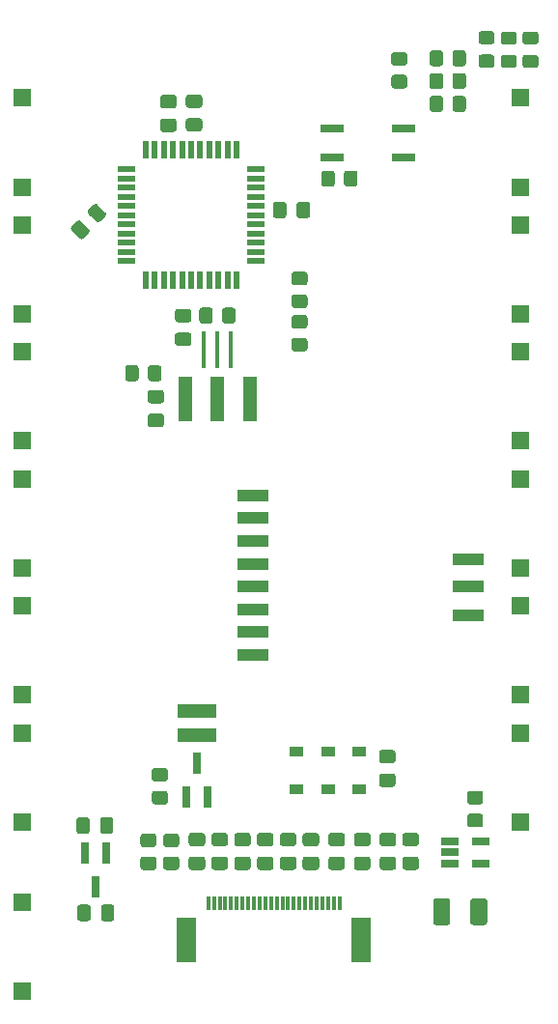
<source format=gbr>
%TF.GenerationSoftware,KiCad,Pcbnew,(5.1.9)-1*%
%TF.CreationDate,2021-03-29T02:47:02+02:00*%
%TF.ProjectId,HB-RC-12-EP-2,48422d52-432d-4313-922d-45502d322e6b,rev?*%
%TF.SameCoordinates,Original*%
%TF.FileFunction,Paste,Top*%
%TF.FilePolarity,Positive*%
%FSLAX46Y46*%
G04 Gerber Fmt 4.6, Leading zero omitted, Abs format (unit mm)*
G04 Created by KiCad (PCBNEW (5.1.9)-1) date 2021-03-29 02:47:02*
%MOMM*%
%LPD*%
G01*
G04 APERTURE LIST*
%ADD10R,0.800000X1.900000*%
%ADD11R,1.560000X0.650000*%
%ADD12R,1.200000X4.000000*%
%ADD13R,0.300000X1.300000*%
%ADD14R,1.800000X4.000000*%
%ADD15R,0.550000X1.500000*%
%ADD16R,1.500000X0.550000*%
%ADD17R,1.200000X0.900000*%
%ADD18R,2.000000X0.640000*%
%ADD19R,2.750000X1.000000*%
%ADD20R,1.500000X1.500000*%
%ADD21R,0.400000X3.200000*%
%ADD22R,3.400000X1.300000*%
G04 APERTURE END LIST*
D10*
%TO.C,Q2*%
X104850000Y-137800000D03*
X105800000Y-140800000D03*
X103900000Y-140800000D03*
%TD*%
%TO.C,U3*%
X95950000Y-148700000D03*
X95000000Y-145700000D03*
X96900000Y-145700000D03*
%TD*%
D11*
%TO.C,U4*%
X129750000Y-144700000D03*
X129750000Y-146600000D03*
X127050000Y-146600000D03*
X127050000Y-145650000D03*
X127050000Y-144700000D03*
%TD*%
D12*
%TO.C,Q3*%
X103800000Y-105900000D03*
X106650000Y-105900000D03*
X109500000Y-105900000D03*
%TD*%
D13*
%TO.C,J3*%
X117350000Y-150100000D03*
X116850000Y-150100000D03*
X116350000Y-150100000D03*
X115850000Y-150100000D03*
X115350000Y-150100000D03*
X114850000Y-150100000D03*
X114350000Y-150100000D03*
X113850000Y-150100000D03*
X113350000Y-150100000D03*
X112850000Y-150100000D03*
X112350000Y-150100000D03*
X111850000Y-150100000D03*
X111350000Y-150100000D03*
X110850000Y-150100000D03*
X110350000Y-150100000D03*
X109850000Y-150100000D03*
X109350000Y-150100000D03*
X108850000Y-150100000D03*
X108350000Y-150100000D03*
X107850000Y-150100000D03*
X107350000Y-150100000D03*
X106850000Y-150100000D03*
X106350000Y-150100000D03*
X105850000Y-150100000D03*
D14*
X103950000Y-153350000D03*
X119250000Y-153350000D03*
%TD*%
%TO.C,R10*%
G36*
G01*
X122149999Y-77500000D02*
X123050001Y-77500000D01*
G75*
G02*
X123300000Y-77749999I0J-249999D01*
G01*
X123300000Y-78450001D01*
G75*
G02*
X123050001Y-78700000I-249999J0D01*
G01*
X122149999Y-78700000D01*
G75*
G02*
X121900000Y-78450001I0J249999D01*
G01*
X121900000Y-77749999D01*
G75*
G02*
X122149999Y-77500000I249999J0D01*
G01*
G37*
G36*
G01*
X122149999Y-75500000D02*
X123050001Y-75500000D01*
G75*
G02*
X123300000Y-75749999I0J-249999D01*
G01*
X123300000Y-76450001D01*
G75*
G02*
X123050001Y-76700000I-249999J0D01*
G01*
X122149999Y-76700000D01*
G75*
G02*
X121900000Y-76450001I0J249999D01*
G01*
X121900000Y-75749999D01*
G75*
G02*
X122149999Y-75500000I249999J0D01*
G01*
G37*
%TD*%
%TO.C,C17*%
G36*
G01*
X94696121Y-90332517D02*
X95367483Y-91003879D01*
G75*
G02*
X95367483Y-91357821I-176971J-176971D01*
G01*
X94890575Y-91834729D01*
G75*
G02*
X94536633Y-91834729I-176971J176971D01*
G01*
X93865271Y-91163367D01*
G75*
G02*
X93865271Y-90809425I176971J176971D01*
G01*
X94342179Y-90332517D01*
G75*
G02*
X94696121Y-90332517I176971J-176971D01*
G01*
G37*
G36*
G01*
X96163173Y-88865076D02*
X96834924Y-89536827D01*
G75*
G02*
X96834924Y-89890381I-176777J-176777D01*
G01*
X96357627Y-90367678D01*
G75*
G02*
X96004073Y-90367678I-176777J176777D01*
G01*
X95332322Y-89695927D01*
G75*
G02*
X95332322Y-89342373I176777J176777D01*
G01*
X95809619Y-88865076D01*
G75*
G02*
X96163173Y-88865076I176777J-176777D01*
G01*
G37*
%TD*%
D15*
%TO.C,U1*%
X100350000Y-95500000D03*
X101150000Y-95500000D03*
X101950000Y-95500000D03*
X102750000Y-95500000D03*
X103550000Y-95500000D03*
X104350000Y-95500000D03*
X105150000Y-95500000D03*
X105950000Y-95500000D03*
X106750000Y-95500000D03*
X107550000Y-95500000D03*
X108350000Y-95500000D03*
D16*
X110050000Y-93800000D03*
X110050000Y-93000000D03*
X110050000Y-92200000D03*
X110050000Y-91400000D03*
X110050000Y-90600000D03*
X110050000Y-89800000D03*
X110050000Y-89000000D03*
X110050000Y-88200000D03*
X110050000Y-87400000D03*
X110050000Y-86600000D03*
X110050000Y-85800000D03*
D15*
X108350000Y-84100000D03*
X107550000Y-84100000D03*
X106750000Y-84100000D03*
X105950000Y-84100000D03*
X105150000Y-84100000D03*
X104350000Y-84100000D03*
X103550000Y-84100000D03*
X102750000Y-84100000D03*
X101950000Y-84100000D03*
X101150000Y-84100000D03*
X100350000Y-84100000D03*
D16*
X98650000Y-85800000D03*
X98650000Y-86600000D03*
X98650000Y-87400000D03*
X98650000Y-88200000D03*
X98650000Y-89000000D03*
X98650000Y-89800000D03*
X98650000Y-90600000D03*
X98650000Y-91400000D03*
X98650000Y-92200000D03*
X98650000Y-93000000D03*
X98650000Y-93800000D03*
%TD*%
%TO.C,R8*%
G36*
G01*
X102050001Y-139450000D02*
X101149999Y-139450000D01*
G75*
G02*
X100900000Y-139200001I0J249999D01*
G01*
X100900000Y-138499999D01*
G75*
G02*
X101149999Y-138250000I249999J0D01*
G01*
X102050001Y-138250000D01*
G75*
G02*
X102300000Y-138499999I0J-249999D01*
G01*
X102300000Y-139200001D01*
G75*
G02*
X102050001Y-139450000I-249999J0D01*
G01*
G37*
G36*
G01*
X102050001Y-141450000D02*
X101149999Y-141450000D01*
G75*
G02*
X100900000Y-141200001I0J249999D01*
G01*
X100900000Y-140499999D01*
G75*
G02*
X101149999Y-140250000I249999J0D01*
G01*
X102050001Y-140250000D01*
G75*
G02*
X102300000Y-140499999I0J-249999D01*
G01*
X102300000Y-141200001D01*
G75*
G02*
X102050001Y-141450000I-249999J0D01*
G01*
G37*
%TD*%
%TO.C,R8-2*%
G36*
G01*
X101050001Y-145200000D02*
X100149999Y-145200000D01*
G75*
G02*
X99900000Y-144950001I0J249999D01*
G01*
X99900000Y-144249999D01*
G75*
G02*
X100149999Y-144000000I249999J0D01*
G01*
X101050001Y-144000000D01*
G75*
G02*
X101300000Y-144249999I0J-249999D01*
G01*
X101300000Y-144950001D01*
G75*
G02*
X101050001Y-145200000I-249999J0D01*
G01*
G37*
G36*
G01*
X101050001Y-147200000D02*
X100149999Y-147200000D01*
G75*
G02*
X99900000Y-146950001I0J249999D01*
G01*
X99900000Y-146249999D01*
G75*
G02*
X100149999Y-146000000I249999J0D01*
G01*
X101050001Y-146000000D01*
G75*
G02*
X101300000Y-146249999I0J-249999D01*
G01*
X101300000Y-146950001D01*
G75*
G02*
X101050001Y-147200000I-249999J0D01*
G01*
G37*
%TD*%
%TO.C,C4*%
G36*
G01*
X111325000Y-145112500D02*
X110375000Y-145112500D01*
G75*
G02*
X110125000Y-144862500I0J250000D01*
G01*
X110125000Y-144187500D01*
G75*
G02*
X110375000Y-143937500I250000J0D01*
G01*
X111325000Y-143937500D01*
G75*
G02*
X111575000Y-144187500I0J-250000D01*
G01*
X111575000Y-144862500D01*
G75*
G02*
X111325000Y-145112500I-250000J0D01*
G01*
G37*
G36*
G01*
X111325000Y-147187500D02*
X110375000Y-147187500D01*
G75*
G02*
X110125000Y-146937500I0J250000D01*
G01*
X110125000Y-146262500D01*
G75*
G02*
X110375000Y-146012500I250000J0D01*
G01*
X111325000Y-146012500D01*
G75*
G02*
X111575000Y-146262500I0J-250000D01*
G01*
X111575000Y-146937500D01*
G75*
G02*
X111325000Y-147187500I-250000J0D01*
G01*
G37*
%TD*%
D17*
%TO.C,D5*%
X119100000Y-140100000D03*
X119100000Y-136800000D03*
%TD*%
%TO.C,D4*%
X116350000Y-136800000D03*
X116350000Y-140100000D03*
%TD*%
%TO.C,R12*%
G36*
G01*
X106250000Y-98149999D02*
X106250000Y-99050001D01*
G75*
G02*
X106000001Y-99300000I-249999J0D01*
G01*
X105299999Y-99300000D01*
G75*
G02*
X105050000Y-99050001I0J249999D01*
G01*
X105050000Y-98149999D01*
G75*
G02*
X105299999Y-97900000I249999J0D01*
G01*
X106000001Y-97900000D01*
G75*
G02*
X106250000Y-98149999I0J-249999D01*
G01*
G37*
G36*
G01*
X108250000Y-98149999D02*
X108250000Y-99050001D01*
G75*
G02*
X108000001Y-99300000I-249999J0D01*
G01*
X107299999Y-99300000D01*
G75*
G02*
X107050000Y-99050001I0J249999D01*
G01*
X107050000Y-98149999D01*
G75*
G02*
X107299999Y-97900000I249999J0D01*
G01*
X108000001Y-97900000D01*
G75*
G02*
X108250000Y-98149999I0J-249999D01*
G01*
G37*
%TD*%
D18*
%TO.C,U5*%
X116700000Y-84720000D03*
X116700000Y-82180000D03*
X123000000Y-82180000D03*
X123000000Y-84720000D03*
%TD*%
D19*
%TO.C,U2*%
X109750000Y-128350000D03*
X109750000Y-126350000D03*
X109750000Y-124350000D03*
X128650000Y-124850000D03*
X109750000Y-122350000D03*
X128650000Y-122350000D03*
X109750000Y-120350000D03*
X128650000Y-119950000D03*
X109750000Y-118350000D03*
X109750000Y-116350000D03*
X109750000Y-114350000D03*
%TD*%
D20*
%TO.C,Config*%
X89500000Y-150000000D03*
X89500000Y-157800000D03*
%TD*%
%TO.C,SW12*%
X133200000Y-135180000D03*
X133200000Y-142980000D03*
%TD*%
%TO.C,SW10*%
X133200000Y-131850000D03*
X133200000Y-124050000D03*
%TD*%
%TO.C,SW8*%
X133200000Y-112920000D03*
X133200000Y-120720000D03*
%TD*%
%TO.C,SW6*%
X133200000Y-101790000D03*
X133200000Y-109590000D03*
%TD*%
%TO.C,SW4*%
X133200000Y-90660000D03*
X133200000Y-98460000D03*
%TD*%
%TO.C,SW2*%
X133200000Y-87330000D03*
X133200000Y-79530000D03*
%TD*%
%TO.C,SW11*%
X89500000Y-135200000D03*
X89500000Y-143000000D03*
%TD*%
%TO.C,SW9*%
X89500000Y-124050000D03*
X89500000Y-131850000D03*
%TD*%
%TO.C,SW7*%
X89500000Y-112920000D03*
X89500000Y-120720000D03*
%TD*%
%TO.C,SW5*%
X89500000Y-101790000D03*
X89500000Y-109590000D03*
%TD*%
%TO.C,SW3*%
X89500000Y-90660000D03*
X89500000Y-98460000D03*
%TD*%
%TO.C,SW1*%
X89500000Y-79530000D03*
X89500000Y-87330000D03*
%TD*%
%TO.C,R8-1*%
G36*
G01*
X103050001Y-145200000D02*
X102149999Y-145200000D01*
G75*
G02*
X101900000Y-144950001I0J249999D01*
G01*
X101900000Y-144249999D01*
G75*
G02*
X102149999Y-144000000I249999J0D01*
G01*
X103050001Y-144000000D01*
G75*
G02*
X103300000Y-144249999I0J-249999D01*
G01*
X103300000Y-144950001D01*
G75*
G02*
X103050001Y-145200000I-249999J0D01*
G01*
G37*
G36*
G01*
X103050001Y-147200000D02*
X102149999Y-147200000D01*
G75*
G02*
X101900000Y-146950001I0J249999D01*
G01*
X101900000Y-146249999D01*
G75*
G02*
X102149999Y-146000000I249999J0D01*
G01*
X103050001Y-146000000D01*
G75*
G02*
X103300000Y-146249999I0J-249999D01*
G01*
X103300000Y-146950001D01*
G75*
G02*
X103050001Y-147200000I-249999J0D01*
G01*
G37*
%TD*%
%TO.C,R13*%
G36*
G01*
X116950000Y-86149999D02*
X116950000Y-87050001D01*
G75*
G02*
X116700001Y-87300000I-249999J0D01*
G01*
X115999999Y-87300000D01*
G75*
G02*
X115750000Y-87050001I0J249999D01*
G01*
X115750000Y-86149999D01*
G75*
G02*
X115999999Y-85900000I249999J0D01*
G01*
X116700001Y-85900000D01*
G75*
G02*
X116950000Y-86149999I0J-249999D01*
G01*
G37*
G36*
G01*
X118950000Y-86149999D02*
X118950000Y-87050001D01*
G75*
G02*
X118700001Y-87300000I-249999J0D01*
G01*
X117999999Y-87300000D01*
G75*
G02*
X117750000Y-87050001I0J249999D01*
G01*
X117750000Y-86149999D01*
G75*
G02*
X117999999Y-85900000I249999J0D01*
G01*
X118700001Y-85900000D01*
G75*
G02*
X118950000Y-86149999I0J-249999D01*
G01*
G37*
%TD*%
%TO.C,R11*%
G36*
G01*
X127250000Y-76500001D02*
X127250000Y-75599999D01*
G75*
G02*
X127499999Y-75350000I249999J0D01*
G01*
X128200001Y-75350000D01*
G75*
G02*
X128450000Y-75599999I0J-249999D01*
G01*
X128450000Y-76500001D01*
G75*
G02*
X128200001Y-76750000I-249999J0D01*
G01*
X127499999Y-76750000D01*
G75*
G02*
X127250000Y-76500001I0J249999D01*
G01*
G37*
G36*
G01*
X125250000Y-76500001D02*
X125250000Y-75599999D01*
G75*
G02*
X125499999Y-75350000I249999J0D01*
G01*
X126200001Y-75350000D01*
G75*
G02*
X126450000Y-75599999I0J-249999D01*
G01*
X126450000Y-76500001D01*
G75*
G02*
X126200001Y-76750000I-249999J0D01*
G01*
X125499999Y-76750000D01*
G75*
G02*
X125250000Y-76500001I0J249999D01*
G01*
G37*
%TD*%
%TO.C,R9*%
G36*
G01*
X129700001Y-141450000D02*
X128799999Y-141450000D01*
G75*
G02*
X128550000Y-141200001I0J249999D01*
G01*
X128550000Y-140499999D01*
G75*
G02*
X128799999Y-140250000I249999J0D01*
G01*
X129700001Y-140250000D01*
G75*
G02*
X129950000Y-140499999I0J-249999D01*
G01*
X129950000Y-141200001D01*
G75*
G02*
X129700001Y-141450000I-249999J0D01*
G01*
G37*
G36*
G01*
X129700001Y-143450000D02*
X128799999Y-143450000D01*
G75*
G02*
X128550000Y-143200001I0J249999D01*
G01*
X128550000Y-142499999D01*
G75*
G02*
X128799999Y-142250000I249999J0D01*
G01*
X129700001Y-142250000D01*
G75*
G02*
X129950000Y-142499999I0J-249999D01*
G01*
X129950000Y-143200001D01*
G75*
G02*
X129700001Y-143450000I-249999J0D01*
G01*
G37*
%TD*%
%TO.C,R5*%
G36*
G01*
X114300001Y-95950000D02*
X113399999Y-95950000D01*
G75*
G02*
X113150000Y-95700001I0J249999D01*
G01*
X113150000Y-94999999D01*
G75*
G02*
X113399999Y-94750000I249999J0D01*
G01*
X114300001Y-94750000D01*
G75*
G02*
X114550000Y-94999999I0J-249999D01*
G01*
X114550000Y-95700001D01*
G75*
G02*
X114300001Y-95950000I-249999J0D01*
G01*
G37*
G36*
G01*
X114300001Y-97950000D02*
X113399999Y-97950000D01*
G75*
G02*
X113150000Y-97700001I0J249999D01*
G01*
X113150000Y-96999999D01*
G75*
G02*
X113399999Y-96750000I249999J0D01*
G01*
X114300001Y-96750000D01*
G75*
G02*
X114550000Y-96999999I0J-249999D01*
G01*
X114550000Y-97700001D01*
G75*
G02*
X114300001Y-97950000I-249999J0D01*
G01*
G37*
%TD*%
%TO.C,R4*%
G36*
G01*
X114300001Y-99750000D02*
X113399999Y-99750000D01*
G75*
G02*
X113150000Y-99500001I0J249999D01*
G01*
X113150000Y-98799999D01*
G75*
G02*
X113399999Y-98550000I249999J0D01*
G01*
X114300001Y-98550000D01*
G75*
G02*
X114550000Y-98799999I0J-249999D01*
G01*
X114550000Y-99500001D01*
G75*
G02*
X114300001Y-99750000I-249999J0D01*
G01*
G37*
G36*
G01*
X114300001Y-101750000D02*
X113399999Y-101750000D01*
G75*
G02*
X113150000Y-101500001I0J249999D01*
G01*
X113150000Y-100799999D01*
G75*
G02*
X113399999Y-100550000I249999J0D01*
G01*
X114300001Y-100550000D01*
G75*
G02*
X114550000Y-100799999I0J-249999D01*
G01*
X114550000Y-101500001D01*
G75*
G02*
X114300001Y-101750000I-249999J0D01*
G01*
G37*
%TD*%
%TO.C,R3*%
G36*
G01*
X100550000Y-104100001D02*
X100550000Y-103199999D01*
G75*
G02*
X100799999Y-102950000I249999J0D01*
G01*
X101500001Y-102950000D01*
G75*
G02*
X101750000Y-103199999I0J-249999D01*
G01*
X101750000Y-104100001D01*
G75*
G02*
X101500001Y-104350000I-249999J0D01*
G01*
X100799999Y-104350000D01*
G75*
G02*
X100550000Y-104100001I0J249999D01*
G01*
G37*
G36*
G01*
X98550000Y-104100001D02*
X98550000Y-103199999D01*
G75*
G02*
X98799999Y-102950000I249999J0D01*
G01*
X99500001Y-102950000D01*
G75*
G02*
X99750000Y-103199999I0J-249999D01*
G01*
X99750000Y-104100001D01*
G75*
G02*
X99500001Y-104350000I-249999J0D01*
G01*
X98799999Y-104350000D01*
G75*
G02*
X98550000Y-104100001I0J249999D01*
G01*
G37*
%TD*%
%TO.C,R2*%
G36*
G01*
X127250000Y-78500001D02*
X127250000Y-77599999D01*
G75*
G02*
X127499999Y-77350000I249999J0D01*
G01*
X128200001Y-77350000D01*
G75*
G02*
X128450000Y-77599999I0J-249999D01*
G01*
X128450000Y-78500001D01*
G75*
G02*
X128200001Y-78750000I-249999J0D01*
G01*
X127499999Y-78750000D01*
G75*
G02*
X127250000Y-78500001I0J249999D01*
G01*
G37*
G36*
G01*
X125250000Y-78500001D02*
X125250000Y-77599999D01*
G75*
G02*
X125499999Y-77350000I249999J0D01*
G01*
X126200001Y-77350000D01*
G75*
G02*
X126450000Y-77599999I0J-249999D01*
G01*
X126450000Y-78500001D01*
G75*
G02*
X126200001Y-78750000I-249999J0D01*
G01*
X125499999Y-78750000D01*
G75*
G02*
X125250000Y-78500001I0J249999D01*
G01*
G37*
%TD*%
%TO.C,R1*%
G36*
G01*
X127250000Y-80500001D02*
X127250000Y-79599999D01*
G75*
G02*
X127499999Y-79350000I249999J0D01*
G01*
X128200001Y-79350000D01*
G75*
G02*
X128450000Y-79599999I0J-249999D01*
G01*
X128450000Y-80500001D01*
G75*
G02*
X128200001Y-80750000I-249999J0D01*
G01*
X127499999Y-80750000D01*
G75*
G02*
X127250000Y-80500001I0J249999D01*
G01*
G37*
G36*
G01*
X125250000Y-80500001D02*
X125250000Y-79599999D01*
G75*
G02*
X125499999Y-79350000I249999J0D01*
G01*
X126200001Y-79350000D01*
G75*
G02*
X126450000Y-79599999I0J-249999D01*
G01*
X126450000Y-80500001D01*
G75*
G02*
X126200001Y-80750000I-249999J0D01*
G01*
X125499999Y-80750000D01*
G75*
G02*
X125250000Y-80500001I0J249999D01*
G01*
G37*
%TD*%
D21*
%TO.C,Q1*%
X105450000Y-101600000D03*
X106650000Y-101600000D03*
X107850000Y-101600000D03*
%TD*%
D22*
%TO.C,L1*%
X104850000Y-135350000D03*
X104850000Y-133250000D03*
%TD*%
%TO.C,D6*%
G36*
G01*
X130700001Y-74825000D02*
X129799999Y-74825000D01*
G75*
G02*
X129550000Y-74575001I0J249999D01*
G01*
X129550000Y-73924999D01*
G75*
G02*
X129799999Y-73675000I249999J0D01*
G01*
X130700001Y-73675000D01*
G75*
G02*
X130950000Y-73924999I0J-249999D01*
G01*
X130950000Y-74575001D01*
G75*
G02*
X130700001Y-74825000I-249999J0D01*
G01*
G37*
G36*
G01*
X130700001Y-76875000D02*
X129799999Y-76875000D01*
G75*
G02*
X129550000Y-76625001I0J249999D01*
G01*
X129550000Y-75974999D01*
G75*
G02*
X129799999Y-75725000I249999J0D01*
G01*
X130700001Y-75725000D01*
G75*
G02*
X130950000Y-75974999I0J-249999D01*
G01*
X130950000Y-76625001D01*
G75*
G02*
X130700001Y-76875000I-249999J0D01*
G01*
G37*
%TD*%
D17*
%TO.C,D3*%
X113600000Y-136800000D03*
X113600000Y-140100000D03*
%TD*%
%TO.C,D2*%
G36*
G01*
X131749999Y-73700000D02*
X132650001Y-73700000D01*
G75*
G02*
X132900000Y-73949999I0J-249999D01*
G01*
X132900000Y-74600001D01*
G75*
G02*
X132650001Y-74850000I-249999J0D01*
G01*
X131749999Y-74850000D01*
G75*
G02*
X131500000Y-74600001I0J249999D01*
G01*
X131500000Y-73949999D01*
G75*
G02*
X131749999Y-73700000I249999J0D01*
G01*
G37*
G36*
G01*
X131749999Y-75750000D02*
X132650001Y-75750000D01*
G75*
G02*
X132900000Y-75999999I0J-249999D01*
G01*
X132900000Y-76650001D01*
G75*
G02*
X132650001Y-76900000I-249999J0D01*
G01*
X131749999Y-76900000D01*
G75*
G02*
X131500000Y-76650001I0J249999D01*
G01*
X131500000Y-75999999D01*
G75*
G02*
X131749999Y-75750000I249999J0D01*
G01*
G37*
%TD*%
%TO.C,D1*%
G36*
G01*
X133649999Y-73700000D02*
X134550001Y-73700000D01*
G75*
G02*
X134800000Y-73949999I0J-249999D01*
G01*
X134800000Y-74600001D01*
G75*
G02*
X134550001Y-74850000I-249999J0D01*
G01*
X133649999Y-74850000D01*
G75*
G02*
X133400000Y-74600001I0J249999D01*
G01*
X133400000Y-73949999D01*
G75*
G02*
X133649999Y-73700000I249999J0D01*
G01*
G37*
G36*
G01*
X133649999Y-75750000D02*
X134550001Y-75750000D01*
G75*
G02*
X134800000Y-75999999I0J-249999D01*
G01*
X134800000Y-76650001D01*
G75*
G02*
X134550001Y-76900000I-249999J0D01*
G01*
X133649999Y-76900000D01*
G75*
G02*
X133400000Y-76650001I0J249999D01*
G01*
X133400000Y-75999999D01*
G75*
G02*
X133649999Y-75750000I249999J0D01*
G01*
G37*
%TD*%
%TO.C,C20*%
G36*
G01*
X96350000Y-143775000D02*
X96350000Y-142825000D01*
G75*
G02*
X96600000Y-142575000I250000J0D01*
G01*
X97275000Y-142575000D01*
G75*
G02*
X97525000Y-142825000I0J-250000D01*
G01*
X97525000Y-143775000D01*
G75*
G02*
X97275000Y-144025000I-250000J0D01*
G01*
X96600000Y-144025000D01*
G75*
G02*
X96350000Y-143775000I0J250000D01*
G01*
G37*
G36*
G01*
X94275000Y-143775000D02*
X94275000Y-142825000D01*
G75*
G02*
X94525000Y-142575000I250000J0D01*
G01*
X95200000Y-142575000D01*
G75*
G02*
X95450000Y-142825000I0J-250000D01*
G01*
X95450000Y-143775000D01*
G75*
G02*
X95200000Y-144025000I-250000J0D01*
G01*
X94525000Y-144025000D01*
G75*
G02*
X94275000Y-143775000I0J250000D01*
G01*
G37*
%TD*%
%TO.C,C19*%
G36*
G01*
X95537500Y-150475000D02*
X95537500Y-151425000D01*
G75*
G02*
X95287500Y-151675000I-250000J0D01*
G01*
X94612500Y-151675000D01*
G75*
G02*
X94362500Y-151425000I0J250000D01*
G01*
X94362500Y-150475000D01*
G75*
G02*
X94612500Y-150225000I250000J0D01*
G01*
X95287500Y-150225000D01*
G75*
G02*
X95537500Y-150475000I0J-250000D01*
G01*
G37*
G36*
G01*
X97612500Y-150475000D02*
X97612500Y-151425000D01*
G75*
G02*
X97362500Y-151675000I-250000J0D01*
G01*
X96687500Y-151675000D01*
G75*
G02*
X96437500Y-151425000I0J250000D01*
G01*
X96437500Y-150475000D01*
G75*
G02*
X96687500Y-150225000I250000J0D01*
G01*
X97362500Y-150225000D01*
G75*
G02*
X97612500Y-150475000I0J-250000D01*
G01*
G37*
%TD*%
%TO.C,C18*%
G36*
G01*
X127075000Y-149925000D02*
X127075000Y-151775000D01*
G75*
G02*
X126825000Y-152025000I-250000J0D01*
G01*
X125825000Y-152025000D01*
G75*
G02*
X125575000Y-151775000I0J250000D01*
G01*
X125575000Y-149925000D01*
G75*
G02*
X125825000Y-149675000I250000J0D01*
G01*
X126825000Y-149675000D01*
G75*
G02*
X127075000Y-149925000I0J-250000D01*
G01*
G37*
G36*
G01*
X130325000Y-149925000D02*
X130325000Y-151775000D01*
G75*
G02*
X130075000Y-152025000I-250000J0D01*
G01*
X129075000Y-152025000D01*
G75*
G02*
X128825000Y-151775000I0J250000D01*
G01*
X128825000Y-149925000D01*
G75*
G02*
X129075000Y-149675000I250000J0D01*
G01*
X130075000Y-149675000D01*
G75*
G02*
X130325000Y-149925000I0J-250000D01*
G01*
G37*
%TD*%
%TO.C,C16*%
G36*
G01*
X105075000Y-80400000D02*
X104125000Y-80400000D01*
G75*
G02*
X103875000Y-80150000I0J250000D01*
G01*
X103875000Y-79475000D01*
G75*
G02*
X104125000Y-79225000I250000J0D01*
G01*
X105075000Y-79225000D01*
G75*
G02*
X105325000Y-79475000I0J-250000D01*
G01*
X105325000Y-80150000D01*
G75*
G02*
X105075000Y-80400000I-250000J0D01*
G01*
G37*
G36*
G01*
X105075000Y-82475000D02*
X104125000Y-82475000D01*
G75*
G02*
X103875000Y-82225000I0J250000D01*
G01*
X103875000Y-81550000D01*
G75*
G02*
X104125000Y-81300000I250000J0D01*
G01*
X105075000Y-81300000D01*
G75*
G02*
X105325000Y-81550000I0J-250000D01*
G01*
X105325000Y-82225000D01*
G75*
G02*
X105075000Y-82475000I-250000J0D01*
G01*
G37*
%TD*%
%TO.C,C15*%
G36*
G01*
X113600000Y-89825000D02*
X113600000Y-88875000D01*
G75*
G02*
X113850000Y-88625000I250000J0D01*
G01*
X114525000Y-88625000D01*
G75*
G02*
X114775000Y-88875000I0J-250000D01*
G01*
X114775000Y-89825000D01*
G75*
G02*
X114525000Y-90075000I-250000J0D01*
G01*
X113850000Y-90075000D01*
G75*
G02*
X113600000Y-89825000I0J250000D01*
G01*
G37*
G36*
G01*
X111525000Y-89825000D02*
X111525000Y-88875000D01*
G75*
G02*
X111775000Y-88625000I250000J0D01*
G01*
X112450000Y-88625000D01*
G75*
G02*
X112700000Y-88875000I0J-250000D01*
G01*
X112700000Y-89825000D01*
G75*
G02*
X112450000Y-90075000I-250000J0D01*
G01*
X111775000Y-90075000D01*
G75*
G02*
X111525000Y-89825000I0J250000D01*
G01*
G37*
%TD*%
%TO.C,C14*%
G36*
G01*
X103175000Y-100087500D02*
X104125000Y-100087500D01*
G75*
G02*
X104375000Y-100337500I0J-250000D01*
G01*
X104375000Y-101012500D01*
G75*
G02*
X104125000Y-101262500I-250000J0D01*
G01*
X103175000Y-101262500D01*
G75*
G02*
X102925000Y-101012500I0J250000D01*
G01*
X102925000Y-100337500D01*
G75*
G02*
X103175000Y-100087500I250000J0D01*
G01*
G37*
G36*
G01*
X103175000Y-98012500D02*
X104125000Y-98012500D01*
G75*
G02*
X104375000Y-98262500I0J-250000D01*
G01*
X104375000Y-98937500D01*
G75*
G02*
X104125000Y-99187500I-250000J0D01*
G01*
X103175000Y-99187500D01*
G75*
G02*
X102925000Y-98937500I0J250000D01*
G01*
X102925000Y-98262500D01*
G75*
G02*
X103175000Y-98012500I250000J0D01*
G01*
G37*
%TD*%
%TO.C,C13*%
G36*
G01*
X121125000Y-146012500D02*
X122075000Y-146012500D01*
G75*
G02*
X122325000Y-146262500I0J-250000D01*
G01*
X122325000Y-146937500D01*
G75*
G02*
X122075000Y-147187500I-250000J0D01*
G01*
X121125000Y-147187500D01*
G75*
G02*
X120875000Y-146937500I0J250000D01*
G01*
X120875000Y-146262500D01*
G75*
G02*
X121125000Y-146012500I250000J0D01*
G01*
G37*
G36*
G01*
X121125000Y-143937500D02*
X122075000Y-143937500D01*
G75*
G02*
X122325000Y-144187500I0J-250000D01*
G01*
X122325000Y-144862500D01*
G75*
G02*
X122075000Y-145112500I-250000J0D01*
G01*
X121125000Y-145112500D01*
G75*
G02*
X120875000Y-144862500I0J250000D01*
G01*
X120875000Y-144187500D01*
G75*
G02*
X121125000Y-143937500I250000J0D01*
G01*
G37*
%TD*%
%TO.C,C12*%
G36*
G01*
X117575000Y-145112500D02*
X116625000Y-145112500D01*
G75*
G02*
X116375000Y-144862500I0J250000D01*
G01*
X116375000Y-144187500D01*
G75*
G02*
X116625000Y-143937500I250000J0D01*
G01*
X117575000Y-143937500D01*
G75*
G02*
X117825000Y-144187500I0J-250000D01*
G01*
X117825000Y-144862500D01*
G75*
G02*
X117575000Y-145112500I-250000J0D01*
G01*
G37*
G36*
G01*
X117575000Y-147187500D02*
X116625000Y-147187500D01*
G75*
G02*
X116375000Y-146937500I0J250000D01*
G01*
X116375000Y-146262500D01*
G75*
G02*
X116625000Y-146012500I250000J0D01*
G01*
X117575000Y-146012500D01*
G75*
G02*
X117825000Y-146262500I0J-250000D01*
G01*
X117825000Y-146937500D01*
G75*
G02*
X117575000Y-147187500I-250000J0D01*
G01*
G37*
%TD*%
%TO.C,C11*%
G36*
G01*
X122025000Y-137837500D02*
X121075000Y-137837500D01*
G75*
G02*
X120825000Y-137587500I0J250000D01*
G01*
X120825000Y-136912500D01*
G75*
G02*
X121075000Y-136662500I250000J0D01*
G01*
X122025000Y-136662500D01*
G75*
G02*
X122275000Y-136912500I0J-250000D01*
G01*
X122275000Y-137587500D01*
G75*
G02*
X122025000Y-137837500I-250000J0D01*
G01*
G37*
G36*
G01*
X122025000Y-139912500D02*
X121075000Y-139912500D01*
G75*
G02*
X120825000Y-139662500I0J250000D01*
G01*
X120825000Y-138987500D01*
G75*
G02*
X121075000Y-138737500I250000J0D01*
G01*
X122025000Y-138737500D01*
G75*
G02*
X122275000Y-138987500I0J-250000D01*
G01*
X122275000Y-139662500D01*
G75*
G02*
X122025000Y-139912500I-250000J0D01*
G01*
G37*
%TD*%
%TO.C,C10*%
G36*
G01*
X107325000Y-145112500D02*
X106375000Y-145112500D01*
G75*
G02*
X106125000Y-144862500I0J250000D01*
G01*
X106125000Y-144187500D01*
G75*
G02*
X106375000Y-143937500I250000J0D01*
G01*
X107325000Y-143937500D01*
G75*
G02*
X107575000Y-144187500I0J-250000D01*
G01*
X107575000Y-144862500D01*
G75*
G02*
X107325000Y-145112500I-250000J0D01*
G01*
G37*
G36*
G01*
X107325000Y-147187500D02*
X106375000Y-147187500D01*
G75*
G02*
X106125000Y-146937500I0J250000D01*
G01*
X106125000Y-146262500D01*
G75*
G02*
X106375000Y-146012500I250000J0D01*
G01*
X107325000Y-146012500D01*
G75*
G02*
X107575000Y-146262500I0J-250000D01*
G01*
X107575000Y-146937500D01*
G75*
G02*
X107325000Y-147187500I-250000J0D01*
G01*
G37*
%TD*%
%TO.C,C9*%
G36*
G01*
X105325000Y-145112500D02*
X104375000Y-145112500D01*
G75*
G02*
X104125000Y-144862500I0J250000D01*
G01*
X104125000Y-144187500D01*
G75*
G02*
X104375000Y-143937500I250000J0D01*
G01*
X105325000Y-143937500D01*
G75*
G02*
X105575000Y-144187500I0J-250000D01*
G01*
X105575000Y-144862500D01*
G75*
G02*
X105325000Y-145112500I-250000J0D01*
G01*
G37*
G36*
G01*
X105325000Y-147187500D02*
X104375000Y-147187500D01*
G75*
G02*
X104125000Y-146937500I0J250000D01*
G01*
X104125000Y-146262500D01*
G75*
G02*
X104375000Y-146012500I250000J0D01*
G01*
X105325000Y-146012500D01*
G75*
G02*
X105575000Y-146262500I0J-250000D01*
G01*
X105575000Y-146937500D01*
G75*
G02*
X105325000Y-147187500I-250000J0D01*
G01*
G37*
%TD*%
%TO.C,C8*%
G36*
G01*
X124075000Y-145112500D02*
X123125000Y-145112500D01*
G75*
G02*
X122875000Y-144862500I0J250000D01*
G01*
X122875000Y-144187500D01*
G75*
G02*
X123125000Y-143937500I250000J0D01*
G01*
X124075000Y-143937500D01*
G75*
G02*
X124325000Y-144187500I0J-250000D01*
G01*
X124325000Y-144862500D01*
G75*
G02*
X124075000Y-145112500I-250000J0D01*
G01*
G37*
G36*
G01*
X124075000Y-147187500D02*
X123125000Y-147187500D01*
G75*
G02*
X122875000Y-146937500I0J250000D01*
G01*
X122875000Y-146262500D01*
G75*
G02*
X123125000Y-146012500I250000J0D01*
G01*
X124075000Y-146012500D01*
G75*
G02*
X124325000Y-146262500I0J-250000D01*
G01*
X124325000Y-146937500D01*
G75*
G02*
X124075000Y-147187500I-250000J0D01*
G01*
G37*
%TD*%
%TO.C,C7*%
G36*
G01*
X119825000Y-145112500D02*
X118875000Y-145112500D01*
G75*
G02*
X118625000Y-144862500I0J250000D01*
G01*
X118625000Y-144187500D01*
G75*
G02*
X118875000Y-143937500I250000J0D01*
G01*
X119825000Y-143937500D01*
G75*
G02*
X120075000Y-144187500I0J-250000D01*
G01*
X120075000Y-144862500D01*
G75*
G02*
X119825000Y-145112500I-250000J0D01*
G01*
G37*
G36*
G01*
X119825000Y-147187500D02*
X118875000Y-147187500D01*
G75*
G02*
X118625000Y-146937500I0J250000D01*
G01*
X118625000Y-146262500D01*
G75*
G02*
X118875000Y-146012500I250000J0D01*
G01*
X119825000Y-146012500D01*
G75*
G02*
X120075000Y-146262500I0J-250000D01*
G01*
X120075000Y-146937500D01*
G75*
G02*
X119825000Y-147187500I-250000J0D01*
G01*
G37*
%TD*%
%TO.C,C6*%
G36*
G01*
X115325000Y-145112500D02*
X114375000Y-145112500D01*
G75*
G02*
X114125000Y-144862500I0J250000D01*
G01*
X114125000Y-144187500D01*
G75*
G02*
X114375000Y-143937500I250000J0D01*
G01*
X115325000Y-143937500D01*
G75*
G02*
X115575000Y-144187500I0J-250000D01*
G01*
X115575000Y-144862500D01*
G75*
G02*
X115325000Y-145112500I-250000J0D01*
G01*
G37*
G36*
G01*
X115325000Y-147187500D02*
X114375000Y-147187500D01*
G75*
G02*
X114125000Y-146937500I0J250000D01*
G01*
X114125000Y-146262500D01*
G75*
G02*
X114375000Y-146012500I250000J0D01*
G01*
X115325000Y-146012500D01*
G75*
G02*
X115575000Y-146262500I0J-250000D01*
G01*
X115575000Y-146937500D01*
G75*
G02*
X115325000Y-147187500I-250000J0D01*
G01*
G37*
%TD*%
%TO.C,C5*%
G36*
G01*
X113325000Y-145112500D02*
X112375000Y-145112500D01*
G75*
G02*
X112125000Y-144862500I0J250000D01*
G01*
X112125000Y-144187500D01*
G75*
G02*
X112375000Y-143937500I250000J0D01*
G01*
X113325000Y-143937500D01*
G75*
G02*
X113575000Y-144187500I0J-250000D01*
G01*
X113575000Y-144862500D01*
G75*
G02*
X113325000Y-145112500I-250000J0D01*
G01*
G37*
G36*
G01*
X113325000Y-147187500D02*
X112375000Y-147187500D01*
G75*
G02*
X112125000Y-146937500I0J250000D01*
G01*
X112125000Y-146262500D01*
G75*
G02*
X112375000Y-146012500I250000J0D01*
G01*
X113325000Y-146012500D01*
G75*
G02*
X113575000Y-146262500I0J-250000D01*
G01*
X113575000Y-146937500D01*
G75*
G02*
X113325000Y-147187500I-250000J0D01*
G01*
G37*
%TD*%
%TO.C,C3*%
G36*
G01*
X109325000Y-145112500D02*
X108375000Y-145112500D01*
G75*
G02*
X108125000Y-144862500I0J250000D01*
G01*
X108125000Y-144187500D01*
G75*
G02*
X108375000Y-143937500I250000J0D01*
G01*
X109325000Y-143937500D01*
G75*
G02*
X109575000Y-144187500I0J-250000D01*
G01*
X109575000Y-144862500D01*
G75*
G02*
X109325000Y-145112500I-250000J0D01*
G01*
G37*
G36*
G01*
X109325000Y-147187500D02*
X108375000Y-147187500D01*
G75*
G02*
X108125000Y-146937500I0J250000D01*
G01*
X108125000Y-146262500D01*
G75*
G02*
X108375000Y-146012500I250000J0D01*
G01*
X109325000Y-146012500D01*
G75*
G02*
X109575000Y-146262500I0J-250000D01*
G01*
X109575000Y-146937500D01*
G75*
G02*
X109325000Y-147187500I-250000J0D01*
G01*
G37*
%TD*%
%TO.C,C2*%
G36*
G01*
X102825000Y-80437500D02*
X101875000Y-80437500D01*
G75*
G02*
X101625000Y-80187500I0J250000D01*
G01*
X101625000Y-79512500D01*
G75*
G02*
X101875000Y-79262500I250000J0D01*
G01*
X102825000Y-79262500D01*
G75*
G02*
X103075000Y-79512500I0J-250000D01*
G01*
X103075000Y-80187500D01*
G75*
G02*
X102825000Y-80437500I-250000J0D01*
G01*
G37*
G36*
G01*
X102825000Y-82512500D02*
X101875000Y-82512500D01*
G75*
G02*
X101625000Y-82262500I0J250000D01*
G01*
X101625000Y-81587500D01*
G75*
G02*
X101875000Y-81337500I250000J0D01*
G01*
X102825000Y-81337500D01*
G75*
G02*
X103075000Y-81587500I0J-250000D01*
G01*
X103075000Y-82262500D01*
G75*
G02*
X102825000Y-82512500I-250000J0D01*
G01*
G37*
%TD*%
%TO.C,C1*%
G36*
G01*
X100775000Y-107200000D02*
X101725000Y-107200000D01*
G75*
G02*
X101975000Y-107450000I0J-250000D01*
G01*
X101975000Y-108125000D01*
G75*
G02*
X101725000Y-108375000I-250000J0D01*
G01*
X100775000Y-108375000D01*
G75*
G02*
X100525000Y-108125000I0J250000D01*
G01*
X100525000Y-107450000D01*
G75*
G02*
X100775000Y-107200000I250000J0D01*
G01*
G37*
G36*
G01*
X100775000Y-105125000D02*
X101725000Y-105125000D01*
G75*
G02*
X101975000Y-105375000I0J-250000D01*
G01*
X101975000Y-106050000D01*
G75*
G02*
X101725000Y-106300000I-250000J0D01*
G01*
X100775000Y-106300000D01*
G75*
G02*
X100525000Y-106050000I0J250000D01*
G01*
X100525000Y-105375000D01*
G75*
G02*
X100775000Y-105125000I250000J0D01*
G01*
G37*
%TD*%
M02*

</source>
